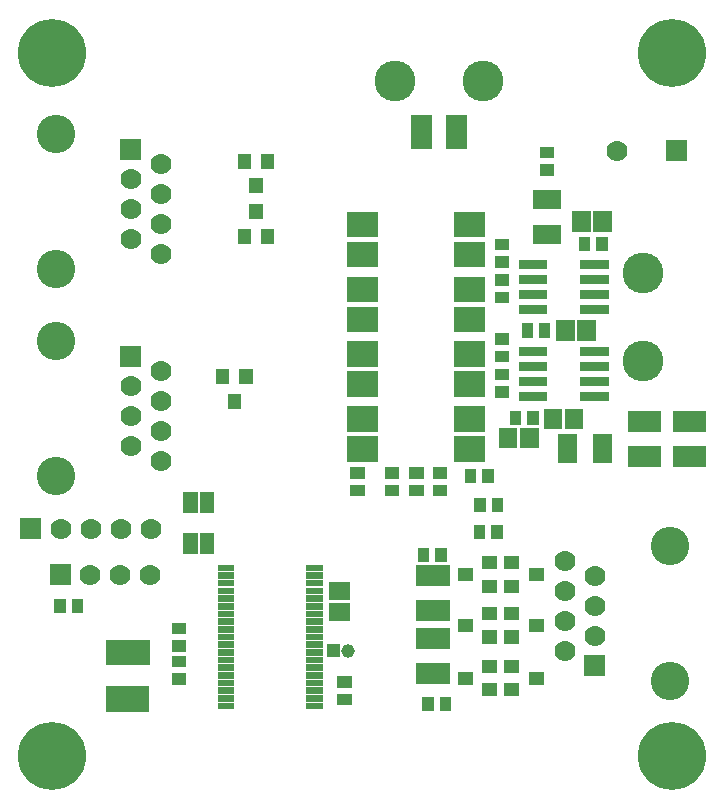
<source format=gbr>
G04 start of page 7 for group -4063 idx -4063 *
G04 Title: (unknown), componentmask *
G04 Creator: pcb 1.99z *
G04 CreationDate: Thu 09 Sep 2010 15:44:30 GMT UTC *
G04 For: rbarlow *
G04 Format: Gerber/RS-274X *
G04 PCB-Dimensions: 236220 263780 *
G04 PCB-Coordinate-Origin: lower left *
%MOIN*%
%FSLAX25Y25*%
%LNFRONTMASK*%
%ADD11C,0.0200*%
%ADD35C,0.1280*%
%ADD50C,0.0700*%
%ADD51C,0.2270*%
%ADD52C,0.0453*%
%ADD53C,0.1360*%
%ADD54R,0.0848X0.0848*%
%ADD55R,0.0382X0.0382*%
%ADD56R,0.0218X0.0218*%
%ADD57R,0.0700X0.0700*%
%ADD58R,0.0840X0.0840*%
%ADD59R,0.0300X0.0300*%
%ADD60R,0.0630X0.0630*%
%ADD61R,0.0612X0.0612*%
%ADD62R,0.0440X0.0440*%
%ADD63R,0.0494X0.0494*%
G54D50*X185865Y79727D03*
X195865Y74727D03*
X185865Y59727D03*
X195865Y64727D03*
X185865Y69727D03*
X195865Y54727D03*
G54D11*G36*
X192365Y48227D02*Y41227D01*
X199365D01*
Y48227D01*
X192365D01*
G37*
G54D50*X185865Y49727D03*
G54D35*X220865Y39727D03*
Y84727D03*
G54D51*X221457Y14764D03*
G54D11*G36*
X106455Y52069D02*Y47541D01*
X110983D01*
Y52069D01*
X106455D01*
G37*
G54D52*X113719Y49805D03*
G54D53*X212005Y146220D03*
Y175748D03*
X158662Y239567D03*
X129134D03*
G54D11*G36*
X219650Y219840D02*Y212840D01*
X226650D01*
Y219840D01*
X219650D01*
G37*
G54D50*X203150Y216340D03*
G54D51*X221457Y249016D03*
G54D11*G36*
X14217Y78502D02*Y71502D01*
X21217D01*
Y78502D01*
X14217D01*
G37*
G54D50*X27717Y75002D03*
G54D51*X14764Y14764D03*
G54D50*X37717Y75002D03*
X37797Y90356D03*
X47717Y75002D03*
X47797Y90356D03*
X51142Y112955D03*
X41142Y117955D03*
X51142Y122955D03*
G54D35*X16142Y107955D03*
G54D11*G36*
X4297Y93856D02*Y86856D01*
X11297D01*
Y93856D01*
X4297D01*
G37*
G54D50*X17797Y90356D03*
X27797D03*
X51142Y181852D03*
Y201852D03*
Y211852D03*
Y191852D03*
X41142Y186852D03*
Y206852D03*
Y196852D03*
G54D11*G36*
X37642Y220352D02*Y213352D01*
X44642D01*
Y220352D01*
X37642D01*
G37*
G54D35*X16142Y221852D03*
Y176852D03*
G54D50*X51142Y132955D03*
X41142Y137955D03*
Y127955D03*
G54D11*G36*
X37642Y151455D02*Y144455D01*
X44642D01*
Y151455D01*
X37642D01*
G37*
G54D50*X51142Y142955D03*
G54D35*X16142Y152955D03*
G54D51*X14764Y249016D03*
G54D54*X37157Y33710D02*X43118D01*
X37157Y49214D02*X43157D01*
G54D55*X56799Y40356D02*X57767D01*
X56799Y46190D02*X57767D01*
X56799Y51254D02*X57767D01*
X56799Y57088D02*X57767D01*
G54D56*X71161Y77365D02*X74507D01*
X71161Y74806D02*X74507D01*
X71161Y72247D02*X74507D01*
X71161Y69688D02*X74507D01*
X71161Y67129D02*X74507D01*
X71161Y64570D02*X74507D01*
X71161Y62011D02*X74507D01*
X71161Y59452D02*X74507D01*
G54D55*X17591Y65052D02*Y64084D01*
X23425Y65052D02*Y64084D01*
G54D56*X71161Y56893D02*X74507D01*
X71161Y54334D02*X74507D01*
X71161Y51775D02*X74507D01*
X71161Y49216D02*X74507D01*
X71161Y46657D02*X74507D01*
X71161Y44098D02*X74507D01*
X71161Y41539D02*X74507D01*
X71161Y38980D02*X74507D01*
X71161Y36421D02*X74507D01*
X71161Y33862D02*X74507D01*
X71161Y31303D02*X74507D01*
G54D57*X137886Y224756D02*Y220520D01*
X149606Y224756D02*Y220520D01*
G54D58*X152937Y191931D02*X154937D01*
G54D59*X171919Y178545D02*X178419D01*
X171919Y173545D02*X178419D01*
X171919Y168545D02*X178419D01*
X171919Y163545D02*X178419D01*
G54D55*X173300Y156982D02*Y156014D01*
X179134Y156982D02*Y156014D01*
X164477Y173356D02*X165445D01*
X164477Y167522D02*X165445D01*
X164477Y185167D02*X165445D01*
X164477Y179333D02*X165445D01*
G54D60*X178321Y200199D02*X181521D01*
G54D61*X191339Y193308D02*Y192522D01*
X198425Y193308D02*Y192522D01*
G54D60*X178321Y188599D02*X181521D01*
G54D55*X198228Y185722D02*Y184754D01*
X192394Y185722D02*Y184754D01*
X179439Y215748D02*X180407D01*
X179439Y209914D02*X180407D01*
G54D59*X192419Y163545D02*X198919D01*
X192419Y168545D02*X198919D01*
X192419Y173545D02*X198919D01*
X192419Y178545D02*X198919D01*
G54D61*X193110Y156890D02*Y156104D01*
X186024Y156890D02*Y156104D01*
G54D58*X117337Y148624D02*X119337D01*
X117337Y138624D02*X119337D01*
X117337Y160277D02*X119337D01*
G54D62*X78974Y188165D02*Y187565D01*
X86774Y188165D02*Y187565D01*
X82874Y196365D02*Y195765D01*
X86774Y213226D02*Y212626D01*
X78974Y213226D02*Y212626D01*
X82874Y205026D02*Y204426D01*
G54D58*X152937Y148624D02*X154937D01*
X152937Y181931D02*X154937D01*
X152937Y160277D02*X154937D01*
X152937Y170277D02*X154937D01*
X117337Y191931D02*X119337D01*
X117337Y181931D02*X119337D01*
X117337Y170277D02*X119337D01*
G54D55*X164477Y153671D02*X165445D01*
X164477Y147837D02*X165445D01*
G54D58*X117337Y126970D02*X119337D01*
X152937Y138624D02*X154937D01*
G54D55*X164477Y141859D02*X165445D01*
X164477Y136025D02*X165445D01*
G54D58*X117337Y116970D02*X119337D01*
G54D55*X116248Y109056D02*X117216D01*
X116248Y103222D02*X117216D01*
X127666Y109056D02*X128634D01*
X143807Y103222D02*X144775D01*
X127666D02*X128634D01*
X135933Y109057D02*X136901D01*
X135933Y103223D02*X136901D01*
G54D58*X152937Y126970D02*X154937D01*
G54D55*X143807Y109056D02*X144775D01*
G54D58*X152937Y116970D02*X154937D01*
G54D55*X154402Y108556D02*Y107588D01*
X160236Y108556D02*Y107588D01*
G54D61*X166930Y121063D02*Y120277D01*
X174016Y121063D02*Y120277D01*
G54D62*X79527Y141444D02*Y140844D01*
X75627Y133244D02*Y132644D01*
X71727Y141444D02*Y140844D01*
G54D63*X66536Y100202D02*Y98234D01*
X61024Y100202D02*Y98234D01*
Y86422D02*Y84454D01*
X66536Y86422D02*Y84454D01*
G54D60*X198425Y118728D02*Y115528D01*
G54D57*X225244Y126183D02*X229480D01*
X210283D02*X214519D01*
X225244Y114463D02*X229480D01*
X210283D02*X214519D01*
G54D61*X181890Y127363D02*Y126577D01*
X188976Y127363D02*Y126577D01*
G54D59*X192419Y134411D02*X198919D01*
X192419Y139411D02*X198919D01*
X192419Y144411D02*X198919D01*
X192419Y149411D02*X198919D01*
X171919D02*X178419D01*
X171919Y144411D02*X178419D01*
X171919Y139411D02*X178419D01*
X171919Y134411D02*X178419D01*
G54D55*X175197Y127847D02*Y126879D01*
X169363Y127847D02*Y126879D01*
G54D60*X186825Y118728D02*Y115528D01*
G54D57*X139811Y42022D02*X144047D01*
G54D55*X146063Y32376D02*Y31408D01*
X140229Y32376D02*Y31408D01*
X111918Y39372D02*X112886D01*
X111918Y33538D02*X112886D01*
G54D56*X100689Y31303D02*X104035D01*
X100689Y33862D02*X104035D01*
X100689Y36421D02*X104035D01*
X100689Y38980D02*X104035D01*
X100689Y41539D02*X104035D01*
X100689Y44098D02*X104035D01*
X100689Y46657D02*X104035D01*
X100689Y49216D02*X104035D01*
X100689Y51775D02*X104035D01*
X100689Y54334D02*X104035D01*
X100689Y56893D02*X104035D01*
X100689Y59452D02*X104035D01*
X100689Y62011D02*X104035D01*
X100689Y64570D02*X104035D01*
X100689Y67129D02*X104035D01*
X100689Y69688D02*X104035D01*
X100689Y72247D02*X104035D01*
X100689Y74806D02*X104035D01*
X100689Y77365D02*X104035D01*
G54D61*X110237Y69687D02*X111023D01*
X110237Y62601D02*X111023D01*
G54D57*X139811Y63191D02*X144047D01*
X139811Y53742D02*X144047D01*
G54D62*X152327Y40590D02*X152927D01*
X152327Y58233D02*X152927D01*
G54D57*X139811Y74911D02*X144047D01*
G54D62*X152327Y75162D02*X152927D01*
G54D55*X163189Y89856D02*Y88888D01*
X157355Y89856D02*Y88888D01*
G54D62*X160527Y71262D02*X161127D01*
X160527Y79062D02*X161127D01*
X167810D02*X168410D01*
X167810Y71262D02*X168410D01*
X176010Y75162D02*X176610D01*
G54D55*X138654Y82179D02*Y81211D01*
G54D62*X176010Y40590D02*X176610D01*
X176010Y58233D02*X176610D01*
X160527Y54333D02*X161127D01*
X160527Y62133D02*X161127D01*
X167810D02*X168410D01*
X167810Y54333D02*X168410D01*
X167810Y36690D02*X168410D01*
X160527D02*X161127D01*
X167810Y44490D02*X168410D01*
X160527D02*X161127D01*
G54D55*X163386Y98715D02*Y97747D01*
X157552Y98715D02*Y97747D01*
X144488Y82179D02*Y81211D01*
M02*

</source>
